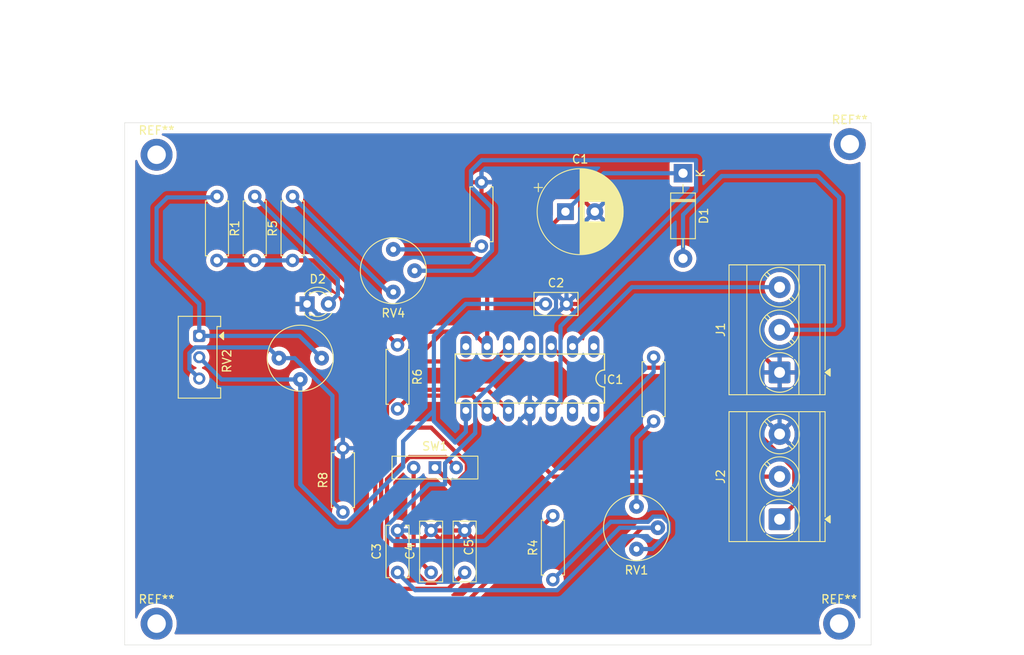
<source format=kicad_pcb>
(kicad_pcb (version 20241229) (generator "pcbnew") (generator_version "9.0")
  (layers (0 "F.Cu" signal) (2 "B.Cu" signal) (13 "F.Paste" user) (15 "B.Paste" user) (5 "F.SilkS" user "F.Silkscreen") (7 "B.SilkS" user "B.Silkscreen") (1 "F.Mask" user) (3 "B.Mask" user) (25 "Edge.Cuts" user))
  (net 0 "")
  (net 1 "Earth")
  (net 2 "Net-(D1-K)")
  (net 3 "Net-(C2-Pad1)")
  (net 4 "Net-(SW1-C)")
  (net 5 "Net-(SW1-A)")
  (net 6 "Net-(D1-A)")
  (net 7 "Net-(D2-A)")
  (net 8 "Net-(IC1-Pad5)")
  (net 9 "Net-(IC1-Pad4)")
  (net 10 "Net-(J2-Pin_1)")
  (net 11 "Net-(J1-Pin_3)")
  (net 12 "Net-(SW1-B)")
  (net 14 "Net-(J2-Pin_2)")
  (net 16 "Net-(IC1-Pad12)")
  (net 17 "Net-(R2-Pad2)")
  (net 18 "Net-(R3-Pad1)")
  (net 19 "Net-(R4-Pad1)")
  (net 20 "Net-(R5-Pad2)")
  (net 21 "Net-(R7-Pad1)")
  (net 22 "Net-(R8-Pad1)")
  (footprint "Capacitor_THT:CP_Radial_D10.0mm_P3.50mm" (layer "F.Cu") (at 179.5 52.5)
    (property "Reference" "C1" (at 1.75 -6.25 0) (layer "F.SilkS"))
    (property "Value" "220uF")
    (pad "1" thru_hole rect (at 0 0) (size 2 2) (drill 1) (layers "*.Cu" "*.Mask") (net 2 "Net-(D1-K)"))
    (pad "2" thru_hole circle (at 3.5 0) (size 2 2) (drill 1) (layers "*.Cu" "*.Mask") (net 1 "Earth"))
  )
  (footprint "Potentiometer_THT:Potentiometer_Bourns_3386W_Horizontal" (layer "F.Cu") (at 135.89 67.31 -90)
    (property "Reference" "RV2" (at 3 -3.3 90) (layer "F.SilkS"))
    (property "Value" "5K")
    (pad "1" thru_hole roundrect (at 0 0) (size 1.44 1.44) (drill 0.8) (layers "*.Cu" "*.Mask") (roundrect_rratio 0.1736111111) (net 17 "Net-(R2-Pad2)"))
    (pad "2" thru_hole circle (at 2.54 0) (size 1.44 1.44) (drill 0.8) (layers "*.Cu" "*.Mask") (net 3 "Net-(C2-Pad1)"))
    (pad "3" thru_hole circle (at 5.08 0) (size 1.44 1.44) (drill 0.8) (layers "*.Cu" "*.Mask") (net 22 "Net-(R8-Pad1)"))
  )
  (footprint "Potentiometer_THT:Potentiometer_Bourns_3339P_Vertical_HandSoldering" (layer "F.Cu") (at 187.96 87.63 180)
    (property "Reference" "RV1" (at 0 -7.6 180) (layer "F.SilkS"))
    (property "Value" "20K")
    (pad "1" thru_hole circle (at 0 0 180) (size 1.75 1.75) (drill 0.7) (layers "*.Cu" "*.Mask") (net 18 "Net-(R3-Pad1)"))
    (pad "2" thru_hole circle (at -2.54 -2.54 180) (size 1.75 1.75) (drill 0.7) (layers "*.Cu" "*.Mask") (net 2 "Net-(D1-K)"))
    (pad "3" thru_hole circle (at 0 -5.08 180) (size 1.75 1.75) (drill 0.7) (layers "*.Cu" "*.Mask") (net 19 "Net-(R4-Pad1)"))
  )
  (footprint "Resistor_THT:R_Axial_DIN0207_L6.3mm_D2.5mm_P7.62mm_Horizontal" (layer "F.Cu") (at 142.5 58.31 90)
    (property "Reference" "R1" (at 3.81 -2.37 90) (layer "F.SilkS"))
    (property "Value" "10K")
    (pad "1" thru_hole circle (at 0 0 90) (size 1.6 1.6) (drill 0.8) (layers "*.Cu" "*.Mask") (net 2 "Net-(D1-K)"))
    (pad "2" thru_hole oval (at 7.62 0 90) (size 1.6 1.6) (drill 0.8) (layers "*.Cu" "*.Mask") (net 7 "Net-(D2-A)"))
  )
  (footprint "LED_THT:LED_D3.0mm" (layer "F.Cu") (at 148.73 63.5)
    (property "Reference" "D2" (at 1.27 -2.96 0) (layer "F.SilkS"))
    (property "Value" "LED")
    (pad "1" thru_hole rect (at 0 0) (size 1.8 1.8) (drill 0.9) (layers "*.Cu" "*.Mask") (net 1 "Earth"))
    (pad "2" thru_hole circle (at 2.54 0) (size 1.8 1.8) (drill 0.9) (layers "*.Cu" "*.Mask") (net 7 "Net-(D2-A)"))
  )
  (footprint "Resistor_THT:R_Axial_DIN0207_L6.3mm_D2.5mm_P7.62mm_Horizontal" (layer "F.Cu") (at 147 58.31 90)
    (property "Reference" "R5" (at 3.81 -2.37 90) (layer "F.SilkS"))
    (property "Value" "33K")
    (pad "1" thru_hole circle (at 0 0 90) (size 1.6 1.6) (drill 0.8) (layers "*.Cu" "*.Mask") (net 2 "Net-(D1-K)"))
    (pad "2" thru_hole oval (at 7.62 0 90) (size 1.6 1.6) (drill 0.8) (layers "*.Cu" "*.Mask") (net 20 "Net-(R5-Pad2)"))
  )
  (footprint "Resistor_THT:R_Axial_DIN0207_L6.3mm_D2.5mm_P7.62mm_Horizontal" (layer "F.Cu") (at 138 58.31 90)
    (property "Reference" "R2" (hide yes))
    (property "Value" "200")
    (pad "1" thru_hole circle (at 0 0 90) (size 1.6 1.6) (drill 0.8) (layers "*.Cu" "*.Mask") (net 2 "Net-(D1-K)"))
    (pad "2" thru_hole oval (at 7.62 0 90) (size 1.6 1.6) (drill 0.8) (layers "*.Cu" "*.Mask") (net 17 "Net-(R2-Pad2)"))
  )
  (footprint "Resistor_THT:R_Axial_DIN0207_L6.3mm_D2.5mm_P7.62mm_Horizontal" (layer "F.Cu") (at 178 96.36 90)
    (property "Reference" "R4" (at 3.81 -2.37 90) (layer "F.SilkS"))
    (property "Value" "33K")
    (pad "1" thru_hole circle (at 0 0 90) (size 1.6 1.6) (drill 0.8) (layers "*.Cu" "*.Mask") (net 19 "Net-(R4-Pad1)"))
    (pad "2" thru_hole oval (at 7.62 0 90) (size 1.6 1.6) (drill 0.8) (layers "*.Cu" "*.Mask") (net 8 "Net-(IC1-Pad5)"))
  )
  (footprint "Diode_THT:D_DO-41_SOD81_P10.16mm_Horizontal" (layer "F.Cu") (at 193.5 47.92 -90)
    (property "Reference" "D1" (at 5.08 -2.47 90) (layer "F.SilkS"))
    (property "Value" "1N4007")
    (fp_text user "K" (at 0 -2.1 90) (layer "F.SilkS"))
    (pad "1" thru_hole rect (at 0 0 270) (size 2.2 2.2) (drill 1.1) (layers "*.Cu" "*.Mask") (net 2 "Net-(D1-K)"))
    (pad "2" thru_hole oval (at 10.16 0 270) (size 2.2 2.2) (drill 1.1) (layers "*.Cu" "*.Mask") (net 6 "Net-(D1-A)"))
  )
  (footprint "MountingHole:MountingHole_2.2mm_M2_DIN965_Pad_TopBottom" (layer "F.Cu") (at 130.81 45.72)
    (property "Reference" "REF**" (at 0 -2.9 0) (layer "F.SilkS"))
    (property "Value" "MountingHole_2.2mm_M2_DIN965_Pad_TopBottom")
    (pad "1" thru_hole circle (at 0 0) (size 2.6 2.6) (drill 2.2) (layers "*.Cu" "*.Mask"))
    (pad "1" connect circle (at 0 0) (size 3.8 3.8) (layers "F.Cu" "F.Mask"))
    (pad "1" connect circle (at 0 0) (size 3.8 3.8) (layers "B.Cu" "B.Mask"))
  )
  (footprint "TerminalBlock_Phoenix:TerminalBlock_Phoenix_MKDS-3-3-5.08_1x03_P5.08mm_Horizontal" (layer "F.Cu") (at 205 71.66 90)
    (property "Reference" "J1" (at 5.08 -7.02 90) (layer "F.SilkS"))
    (property "Value" "Screw_Terminal_01x03")
    (pad "1" thru_hole roundrect (at 0 0 90) (size 2.6 2.6) (drill 1.3) (layers "*.Cu" "*.Mask") (roundrect_rratio 0.096154) (net 1 "Earth"))
    (pad "2" thru_hole circle (at 5.08 0 90) (size 2.6 2.6) (drill 1.3) (layers "*.Cu" "*.Mask") (net 6 "Net-(D1-A)"))
    (pad "3" thru_hole circle (at 10.16 0 90) (size 2.6 2.6) (drill 1.3) (layers "*.Cu" "*.Mask") (net 11 "Net-(J1-Pin_3)"))
  )
  (footprint "Button_Switch_THT:SW_Slide-03_Wuerth-WS-SLTV_10x2.5x6.4_P2.54mm" (layer "F.Cu") (at 163.96 83)
    (property "Reference" "SW1" (at 0 -2.54 0) (layer "F.SilkS"))
    (property "Value" "SW_Wuerth_450301014042" (hide yes))
    (pad "1" thru_hole rect (at 0 0) (size 1.5 1.5) (drill 0.8) (layers "*.Cu" "*.Mask") (net 12 "Net-(SW1-B)"))
    (pad "2" thru_hole circle (at -2.54 0) (size 1.6 1.6) (drill 0.8) (layers "*.Cu" "*.Mask") (net 4 "Net-(SW1-C)"))
    (pad "3" thru_hole circle (at 2.54 0) (size 1.6 1.6) (drill 0.8) (layers "*.Cu" "*.Mask") (net 5 "Net-(SW1-A)"))
  )
  (footprint "MountingHole:MountingHole_2.2mm_M2_DIN965_Pad_TopBottom" (layer "F.Cu") (at 130.81 101.6)
    (property "Reference" "REF**" (at 0 -2.9 0) (layer "F.SilkS"))
    (property "Value" "MountingHole_2.2mm_M2_DIN965_Pad_TopBottom")
    (pad "1" thru_hole circle (at 0 0) (size 2.6 2.6) (drill 2.2) (layers "*.Cu" "*.Mask"))
    (pad "1" connect circle (at 0 0) (size 3.8 3.8) (layers "F.Cu" "F.Mask"))
    (pad "1" connect circle (at 0 0) (size 3.8 3.8) (layers "B.Cu" "B.Mask"))
  )
  (footprint "Resistor_THT:R_Axial_DIN0207_L6.3mm_D2.5mm_P7.62mm_Horizontal" (layer "F.Cu") (at 153 88.31 90)
    (property "Reference" "R8" (at 3.81 -2.37 90) (layer "F.SilkS"))
    (property "Value" "10K")
    (pad "1" thru_hole circle (at 0 0 90) (size 1.6 1.6) (drill 0.8) (layers "*.Cu" "*.Mask") (net 22 "Net-(R8-Pad1)"))
    (pad "2" thru_hole oval (at 7.62 0 90) (size 1.6 1.6) (drill 0.8) (layers "*.Cu" "*.Mask") (net 1 "Earth"))
  )
  (footprint "Potentiometer_THT:Potentiometer_Bourns_3339P_Vertical_HandSoldering" (layer "F.Cu") (at 159 57 180)
    (property "Reference" "RV4" (at 0 -7.6 180) (layer "F.SilkS"))
    (property "Value" "100K")
    (pad "1" thru_hole circle (at 0 0 180) (size 1.75 1.75) (drill 0.7) (layers "*.Cu" "*.Mask") (net 21 "Net-(R7-Pad1)"))
    (pad "2" thru_hole circle (at -2.54 -2.54 180) (size 1.75 1.75) (drill 0.7) (layers "*.Cu" "*.Mask") (net 16 "Net-(IC1-Pad12)"))
    (pad "3" thru_hole circle (at 0 -5.08 180) (size 1.75 1.75) (drill 0.7) (layers "*.Cu" "*.Mask") (net 20 "Net-(R5-Pad2)"))
  )
  (footprint "MountingHole:MountingHole_2.2mm_M2_DIN965_Pad_TopBottom" (layer "F.Cu") (at 212.09 101.6)
    (property "Reference" "REF**" (at 0 -2.9 0) (layer "F.SilkS"))
    (property "Value" "MountingHole_2.2mm_M2_DIN965_Pad_TopBottom")
    (pad "1" thru_hole circle (at 0 0) (size 2.6 2.6) (drill 2.2) (layers "*.Cu" "*.Mask"))
    (pad "1" connect circle (at 0 0) (size 3.8 3.8) (layers "F.Cu" "F.Mask"))
    (pad "1" connect circle (at 0 0) (size 3.8 3.8) (layers "B.Cu" "B.Mask"))
  )
  (footprint "ICL8038:ICL8038" (layer "F.Cu") (at 175.26 72.39 180)
    (property "Reference" "IC1" (at -9.91491 -0.12711 0) (layer "F.SilkS") (effects (font (size 1.000898 1.000898))))
    (property "Value" "ICL8038")
    (pad "1" thru_hole oval (at -7.62 3.81 180) (size 1.3208 2.6416) (drill 0.8128) (layers "*.Cu" "*.Mask"))
    (pad "2" thru_hole oval (at -5.08 3.81 180) (size 1.3208 2.6416) (drill 0.8128) (layers "*.Cu" "*.Mask") (net 11 "Net-(J1-Pin_3)"))
    (pad "3" thru_hole oval (at -2.54 3.81 180) (size 1.3208 2.6416) (drill 0.8128) (layers "*.Cu" "*.Mask") (net 10 "Net-(J2-Pin_1)"))
    (pad "4" thru_hole oval (at 0 3.81 180) (size 1.3208 2.6416) (drill 0.8128) (layers "*.Cu" "*.Mask") (net 9 "Net-(IC1-Pad4)"))
    (pad "5" thru_hole oval (at 2.54 3.81 180) (size 1.3208 2.6416) (drill 0.8128) (layers "*.Cu" "*.Mask") (net 8 "Net-(IC1-Pad5)"))
    (pad "6" thru_hole oval (at 5.08 3.81 180) (size 1.3208 2.6416) (drill 0.8128) (layers "*.Cu" "*.Mask") (net 2 "Net-(D1-K)"))
    (pad "7" thru_hole oval (at 7.62 3.81 180) (size 1.3208 2.6416) (drill 0.8128) (layers "*.Cu" "*.Mask"))
    (pad "8" thru_hole oval (at 7.62 -3.81 180) (size 1.3208 2.6416) (drill 0.8128) (layers "*.Cu" "*.Mask") (net 3 "Net-(C2-Pad1)"))
    (pad "9" thru_hole oval (at 5.08 -3.81 180) (size 1.3208 2.6416) (drill 0.8128) (layers "*.Cu" "*.Mask") (net 14 "Net-(J2-Pin_2)"))
    (pad "10" thru_hole oval (at 2.54 -3.81 180) (size 1.3208 2.6416) (drill 0.8128) (layers "*.Cu" "*.Mask") (net 12 "Net-(SW1-B)"))
    (pad "11" thru_hole oval (at 0 -3.81 180) (size 1.3208 2.6416) (drill 0.8128) (layers "*.Cu" "*.Mask") (net 1 "Earth"))
    (pad "12" thru_hole oval (at -2.54 -3.81 180) (size 1.3208 2.6416) (drill 0.8128) (layers "*.Cu" "*.Mask") (net 16 "Net-(IC1-Pad12)"))
    (pad "13" thru_hole oval (at -5.08 -3.81 180) (size 1.3208 2.6416) (drill 0.8128) (layers "*.Cu" "*.Mask"))
    (pad "14" thru_hole oval (at -7.62 -3.81 180) (size 1.3208 2.6416) (drill 0.8128) (layers "*.Cu" "*.Mask"))
  )
  (footprint "Capacitor_THT:C_Disc_D6.0mm_W2.5mm_P5.00mm" (layer "F.Cu") (at 159.5 95.5 90)
    (property "Reference" "C3" (at 2.5 -2.5 90) (layer "F.SilkS"))
    (property "Value" "104")
    (pad "1" thru_hole circle (at 0 0 90) (size 1.6 1.6) (drill 0.8) (layers "*.Cu" "*.Mask") (net 2 "Net-(D1-K)"))
    (pad "2" thru_hole circle (at 5 0 90) (size 1.6 1.6) (drill 0.8) (layers "*.Cu" "*.Mask") (net 1 "Earth"))
  )
  (footprint "Capacitor_THT:C_Disc_D7.0mm_W2.5mm_P5.00mm" (layer "F.Cu") (at 163.5 95.5 90)
    (property "Reference" "C4" (at 2.5 -2.5 90) (layer "F.SilkS"))
    (property "Value" "103")
    (pad "1" thru_hole circle (at 0 0 90) (size 1.6 1.6) (drill 0.8) (layers "*.Cu" "*.Mask") (net 4 "Net-(SW1-C)"))
    (pad "2" thru_hole circle (at 5 0 90) (size 1.6 1.6) (drill 0.8) (layers "*.Cu" "*.Mask") (net 1 "Earth"))
  )
  (footprint "MountingHole:MountingHole_2.2mm_M2_DIN965_Pad_TopBottom" (layer "F.Cu") (at 213.36 44.45)
    (property "Reference" "REF**" (at 0 -2.9 0) (layer "F.SilkS"))
    (property "Value" "MountingHole_2.2mm_M2_DIN965_Pad_TopBottom")
    (pad "1" thru_hole circle (at 0 0) (size 2.6 2.6) (drill 2.2) (layers "*.Cu" "*.Mask"))
    (pad "1" connect circle (at 0 0) (size 3.8 3.8) (layers "F.Cu" "F.Mask"))
    (pad "1" connect circle (at 0 0) (size 3.8 3.8) (layers "B.Cu" "B.Mask"))
  )
  (footprint "Resistor_THT:R_Axial_DIN0207_L6.3mm_D2.5mm_P7.62mm_Horizontal" (layer "F.Cu") (at 169.5 56.62 90)
    (property "Reference" "R7" (hide yes))
    (property "Value" "33K")
    (pad "1" thru_hole circle (at 0 0 90) (size 1.6 1.6) (drill 0.8) (layers "*.Cu" "*.Mask") (net 21 "Net-(R7-Pad1)"))
    (pad "2" thru_hole oval (at 7.62 0 90) (size 1.6 1.6) (drill 0.8) (layers "*.Cu" "*.Mask") (net 1 "Earth"))
  )
  (footprint "TerminalBlock_Phoenix:TerminalBlock_Phoenix_MKDS-3-3-5.08_1x03_P5.08mm_Horizontal" (layer "F.Cu") (at 205 89.16 90)
    (property "Reference" "J2" (at 5.08 -7.02 90) (layer "F.SilkS"))
    (property "Value" "Screw_Terminal_01x03")
    (pad "1" thru_hole roundrect (at 0 0 90) (size 2.6 2.6) (drill 1.3) (layers "*.Cu" "*.Mask") (roundrect_rratio 0.096154) (net 10 "Net-(J2-Pin_1)"))
    (pad "2" thru_hole circle (at 5.08 0 90) (size 2.6 2.6) (drill 1.3) (layers "*.Cu" "*.Mask") (net 14 "Net-(J2-Pin_2)"))
    (pad "3" thru_hole circle (at 10.16 0 90) (size 2.6 2.6) (drill 1.3) (layers "*.Cu" "*.Mask") (net 1 "Earth"))
  )
  (footprint "Potentiometer_THT:Potentiometer_Bourns_3339P_Vertical_HandSoldering" (layer "F.Cu") (at 150.46 69.96 90)
    (property "Reference" "RV3" (hide yes))
    (property "Value" "5K")
    (pad "1" thru_hole circle (at 0 0 90) (size 1.75 1.75) (drill 0.7) (layers "*.Cu" "*.Mask") (net 17 "Net-(R2-Pad2)"))
    (pad "2" thru_hole circle (at -2.54 -2.54 90) (size 1.75 1.75) (drill 0.7) (layers "*.Cu" "*.Mask") (net 3 "Net-(C2-Pad1)"))
    (pad "3" thru_hole circle (at 0 -5.08 90) (size 1.75 1.75) (drill 0.7) (layers "*.Cu" "*.Mask") (net 22 "Net-(R8-Pad1)"))
  )
  (footprint "Capacitor_THT:C_Disc_D7.0mm_W2.5mm_P5.00mm" (layer "F.Cu") (at 167.5 95.5 90)
    (property "Reference" "C5" (at 3 0.5 90) (layer "F.SilkS"))
    (property "Value" "102" (hide yes))
    (pad "1" thru_hole circle (at 0 0 90) (size 1.6 1.6) (drill 0.8) (layers "*.Cu" "*.Mask") (net 5 "Net-(SW1-A)"))
    (pad "2" thru_hole circle (at 5 0 90) (size 1.6 1.6) (drill 0.8) (layers "*.Cu" "*.Mask") (net 1 "Earth"))
  )
  (footprint "Resistor_THT:R_Axial_DIN0207_L6.3mm_D2.5mm_P7.62mm_Horizontal" (layer "F.Cu") (at 190 77.47 90)
    (property "Reference" "R3" (hide yes))
    (property "Value" "33K" (hide yes))
    (pad "1" thru_hole circle (at 0 0 90) (size 1.6 1.6) (drill 0.8) (layers "*.Cu" "*.Mask") (net 18 "Net-(R3-Pad1)"))
    (pad "2" thru_hole oval (at 7.62 0 90) (size 1.6 1.6) (drill 0.8) (layers "*.Cu" "*.Mask") (net 9 "Net-(IC1-Pad4)"))
  )
  (footprint "Resistor_THT:R_Axial_DIN0207_L6.3mm_D2.5mm_P7.62mm_Horizontal" (layer "F.Cu") (at 159.5 68.38 -90)
    (property "Reference" "R6" (at 3.81 -2.37 90) (layer "F.SilkS"))
    (property "Value" "10K" (hide yes))
    (pad "1" thru_hole circle (at 0 0 270) (size 1.6 1.6) (drill 0.8) (layers "*.Cu" "*.Mask") (net 2 "Net-(D1-K)"))
    (pad "2" thru_hole oval (at 7.62 0 270) (size 1.6 1.6) (drill 0.8) (layers "*.Cu" "*.Mask") (net 14 "Net-(J2-Pin_2)"))
  )
  (footprint "Capacitor_THT:C_Disc_D5.0mm_W2.5mm_P2.50mm" (layer "F.Cu") (at 177.125 63.5)
    (property "Reference" "C2" (at 1.25 -2.5 0) (layer "F.SilkS"))
    (property "Value" "104" (hide yes))
    (pad "1" thru_hole circle (at 0 0) (size 1.6 1.6) (drill 0.8) (layers "*.Cu" "*.Mask") (net 3 "Net-(C2-Pad1)"))
    (pad "2" thru_hole circle (at 2.5 0) (size 1.6 1.6) (drill 0.8) (layers "*.Cu" "*.Mask") (net 1 "Earth"))
  )
  (gr_line (start 127 41.91) (end 127 104.14) (stroke (width 0.05)) (layer "Edge.Cuts"))
  (gr_line (start 215.9 41.91) (end 215.9 104.14) (stroke (width 0.05)) (layer "Edge.Cuts"))
  (gr_line (start 127 104.14) (end 215.9 104.14) (stroke (width 0.05)) (layer "Edge.Cuts"))
  (gr_line (start 127 41.91) (end 215.9 41.91) (stroke (width 0.05)) (layer "Edge.Cuts"))
  (segment (start 167.5 93.269182) (end 164.018182 96.751) (width 0.5) (layer "F.Cu") (net 1))
  (segment (start 196.84 63.5) (end 205 71.66) (width 0.5) (layer "F.Cu") (net 1))
  (segment (start 179.625 63.5) (end 196.84 63.5) (width 0.5) (layer "F.Cu") (net 1))
  (segment (start 163.5 90.5) (end 167.5 90.5) (width 0.5) (layer "F.Cu") (net 1))
  (segment (start 167.5 90.5) (end 167.5 93.269182) (width 0.5) (layer "F.Cu") (net 1))
  (segment (start 162.981818 96.751) (end 159.5 93.269182) (width 0.5) (layer "F.Cu") (net 1))
  (segment (start 164.018182 96.751) (end 162.981818 96.751) (width 0.5) (layer "F.Cu") (net 1))
  (segment (start 153.065 80.625) (end 153 80.69) (width 0.2) (layer "F.Cu") (net 1))
  (segment (start 183 52.5) (end 183.321 52.179) (width 0.2) (layer "F.Cu") (net 1))
  (segment (start 159.5 93.269182) (end 159.5 90.5) (width 0.5) (layer "F.Cu") (net 1))
  (segment (start 176.606818 74.853182) (end 176.606818 65.787364) (width 0.5) (layer "B.Cu") (net 1))
  (segment (start 178.376 62.981818) (end 177.643182 62.249) (width 0.5) (layer "B.Cu") (net 1))
  (segment (start 160.96 90.5) (end 175.26 76.2) (width 0.5) (layer "B.Cu") (net 1))
  (segment (start 160.706248 62.249) (end 158.104248 64.851) (width 0.5) (layer "B.Cu") (net 1))
  (segment (start 176.606818 65.787364) (end 178.376 64.018182) (width 0.5) (layer "B.Cu") (net 1))
  (segment (start 169.5 49) (end 172.75 49) (width 0.5) (layer "B.Cu") (net 1))
  (segment (start 172.75 49) (end 179.625 55.875) (width 0.5) (layer "B.Cu") (net 1))
  (segment (start 150.081 64.851) (end 148.73 63.5) (width 0.5) (layer "B.Cu") (net 1))
  (segment (start 159.5 90.5) (end 160.96 90.5) (width 0.5) (layer "B.Cu") (net 1))
  (segment (start 160.96 90.5) (end 176.606818 74.853182) (width 0.5) (layer "B.Cu") (net 1))
  (segment (start 148.73 63.5) (end 153 67.77) (width 0.5) (layer "B.Cu") (net 1))
  (segment (start 153 67.77) (end 153 80.69) (width 0.5) (layer "B.Cu") (net 1))
  (segment (start 179.625 55.875) (end 183 52.5) (width 0.5) (layer "B.Cu") (net 1))
  (segment (start 179.625 63.5) (end 179.625 55.875) (width 0.5) (layer "B.Cu") (net 1))
  (segment (start 178.376 64.018182) (end 178.376 62.981818) (width 0.5) (layer "B.Cu") (net 1))
  (segment (start 177.643182 62.249) (end 160.706248 62.249) (width 0.5) (layer "B.Cu") (net 1))
  (segment (start 205 71.66) (end 205 79) (width 0.5) (layer "B.Cu") (net 1))
  (segment (start 158.104248 64.851) (end 150.081 64.851) (width 0.5) (layer "B.Cu") (net 1))
  (segment (start 170.18 68.58) (end 168.4082 66.8082) (width 0.5) (layer "F.Cu") (net 2))
  (segment (start 188.624752 90.17) (end 190.5 90.17) (width 0.5) (layer "F.Cu") (net 2))
  (segment (start 164.93989 66.8082) (end 156.847 74.90109) (width 0.5) (layer "F.Cu") (net 2))
  (segment (start 156.847 96.59891) (end 160.00909 99.761) (width 0.5) (layer "F.Cu") (net 2))
  (segment (start 147 58.31) (end 149.43 58.31) (width 0.5) (layer "F.Cu") (net 2))
  (segment (start 160.00909 99.761) (end 179.033752 99.761) (width 0.5) (layer "F.Cu") (net 2))
  (segment (start 168.4082 66.8082) (end 164.93989 66.8082) (width 0.5) (layer "F.Cu") (net 2))
  (segment (start 159.5 68.38) (end 161.0718 66.8082) (width 0.5) (layer "F.Cu") (net 2))
  (segment (start 161.0718 66.8082) (end 168.4082 66.8082) (width 0.5) (layer "F.Cu") (net 2))
  (segment (start 156.847 74.90109) (end 156.847 96.59891) (width 0.5) (layer "F.Cu") (net 2))
  (segment (start 179.033752 99.761) (end 188.624752 90.17) (width 0.5) (layer "F.Cu") (net 2))
  (segment (start 170.18 61.82) (end 179.5 52.5) (width 0.5) (layer "F.Cu") (net 2))
  (segment (start 149.43 58.31) (end 159.5 68.38) (width 0.5) (layer "F.Cu") (net 2))
  (segment (start 170.18 68.58) (end 170.18 61.82) (width 0.5) (layer "F.Cu") (net 2))
  (segment (start 184.08 47.92) (end 179.5 52.5) (width 0.5) (layer "B.Cu") (net 2))
  (segment (start 178.518182 97.611) (end 161.611 97.611) (width 0.5) (layer "B.Cu") (net 2))
  (segment (start 185.959182 90.17) (end 178.518182 97.611) (width 0.5) (layer "B.Cu") (net 2))
  (segment (start 193.5 47.92) (end 184.08 47.92) (width 0.5) (layer "B.Cu") (net 2))
  (segment (start 161.611 97.611) (end 159.5 95.5) (width 0.5) (layer "B.Cu") (net 2))
  (segment (start 142.5 58.31) (end 147 58.31) (width 0.5) (layer "B.Cu") (net 2))
  (segment (start 138 58.31) (end 142.5 58.31) (width 0.5) (layer "B.Cu") (net 2))
  (segment (start 190.5 90.17) (end 185.959182 90.17) (width 0.5) (layer "B.Cu") (net 2))
  (segment (start 163.83 76.2) (end 163.83 77.47) (width 0.5) (layer "B.Cu") (net 3))
  (segment (start 167.64 78.74) (end 167.64 76.2) (width 0.5) (layer "B.Cu") (net 3))
  (segment (start 167.64 63.5) (end 163.83 67.31) (width 0.5) (layer "B.Cu") (net 3))
  (segment (start 152.481818 89.561) (end 153.518182 89.561) (width 0.5) (layer "B.Cu") (net 3))
  (segment (start 177.125 63.5) (end 167.64 63.5) (width 0.5) (layer "B.Cu") (net 3))
  (segment (start 138.54 72.5) (end 147.92 72.5) (width 0.5) (layer "B.Cu") (net 3))
  (segment (start 163.83 67.31) (end 163.83 76.2) (width 0.5) (layer "B.Cu") (net 3))
  (segment (start 160.169 82.910182) (end 160.169 79.861) (width 0.5) (layer "B.Cu") (net 3))
  (segment (start 147.92 84.999182) (end 152.481818 89.561) (width 0.5) (layer "B.Cu") (net 3))
  (segment (start 153.518182 89.561) (end 160.169 82.910182) (width 0.5) (layer "B.Cu") (net 3))
  (segment (start 147.92 72.5) (end 147.92 84.999182) (width 0.5) (layer "B.Cu") (net 3))
  (segment (start 160.169 79.861) (end 163.83 76.2) (width 0.5) (layer "B.Cu") (net 3))
  (segment (start 163.83 77.47) (end 166.37 80.01) (width 0.5) (layer "B.Cu") (net 3))
  (segment (start 166.37 80.01) (end 167.64 78.74) (width 0.5) (layer "B.Cu") (net 3))
  (segment (start 135.89 69.85) (end 138.54 72.5) (width 0.5) (layer "B.Cu") (net 3))
  (segment (start 161.42 83) (end 161.42 93.42) (width 0.5) (layer "F.Cu") (net 4))
  (segment (start 161.42 93.42) (end 163.5 95.5) (width 0.5) (layer "F.Cu") (net 4))
  (segment (start 165.249 81.749) (end 160.901818 81.749) (width 0.5) (layer "F.Cu") (net 5))
  (segment (start 159.682818 97.452) (end 165.548 97.452) (width 0.5) (layer "F.Cu") (net 5))
  (segment (start 158.249 84.401818) (end 158.249 96.018182) (width 0.5) (layer "F.Cu") (net 5))
  (segment (start 166.5 83) (end 165.249 81.749) (width 0.5) (layer "F.Cu") (net 5))
  (segment (start 158.249 96.018182) (end 159.682818 97.452) (width 0.5) (layer "F.Cu") (net 5))
  (segment (start 165.548 97.452) (end 167.5 95.5) (width 0.5) (layer "F.Cu") (net 5))
  (segment (start 160.901818 81.749) (end 158.249 84.401818) (width 0.5) (layer "F.Cu") (net 5))
  (segment (start 209.55 48.26) (end 198.12 48.26) (width 0.5) (layer "B.Cu") (net 6))
  (segment (start 212.09 50.8) (end 209.55 48.26) (width 0.5) (layer "B.Cu") (net 6))
  (segment (start 193.5 52.88) (end 193.5 58.08) (width 0.5) (layer "B.Cu") (net 6))
  (segment (start 198.12 48.26) (end 193.5 52.88) (width 0.5) (layer "B.Cu") (net 6))
  (segment (start 205 66.58) (end 211.55 66.58) (width 0.5) (layer "B.Cu") (net 6))
  (segment (start 212.09 66.04) (end 212.09 50.8) (width 0.5) (layer "B.Cu") (net 6))
  (segment (start 211.55 66.58) (end 212.09 66.04) (width 0.5) (layer "B.Cu") (net 6))
  (segment (start 152.4 62.37) (end 151.27 63.5) (width 0.5) (layer "B.Cu") (net 7))
  (segment (start 142.5 50.69) (end 152.4 60.59) (width 0.5) (layer "B.Cu") (net 7))
  (segment (start 152.4 60.59) (end 152.4 62.37) (width 0.5) (layer "B.Cu") (net 7))
  (segment (start 162.387654 70.3518) (end 157.548 75.191454) (width 0.5) (layer "F.Cu") (net 8))
  (segment (start 160.299454 99.06) (end 167.68 99.06) (width 0.5) (layer "F.Cu") (net 8))
  (segment (start 172.72 68.58) (end 170.9482 70.3518) (width 0.5) (layer "F.Cu") (net 8))
  (segment (start 167.68 99.06) (end 178 88.74) (width 0.5) (layer "F.Cu") (net 8))
  (segment (start 170.9482 70.3518) (end 162.387654 70.3518) (width 0.5) (layer "F.Cu") (net 8))
  (segment (start 157.548 75.191454) (end 157.548 96.308546) (width 0.5) (layer "F.Cu") (net 8))
  (segment (start 157.548 96.308546) (end 160.299454 99.06) (width 0.5) (layer "F.Cu") (net 8))
  (segment (start 190 69.85) (end 189.7032 70.1468) (width 0.25) (layer "F.Cu") (net 9))
  (segment (start 165.161 82.489) (end 165.161 84.993818) (width 0.5) (layer "B.Cu") (net 9))
  (segment (start 190 71.62) (end 190 69.85) (width 0.5) (layer "B.Cu") (net 9))
  (segment (start 158.981818 91.751) (end 169.869 91.751) (width 0.5) (layer "B.Cu") (net 9))
  (segment (start 168.7514 75.0886) (end 168.7514 78.8986) (width 0.5) (layer "B.Cu") (net 9))
  (segment (start 158.249 91.018182) (end 158.981818 91.751) (width 0.5) (layer "B.Cu") (net 9))
  (segment (start 165.161 84.993818) (end 163.237 84.993818) (width 0.5) (layer "B.Cu") (net 9))
  (segment (start 163.237 84.993818) (end 158.249 89.981818) (width 0.5) (layer "B.Cu") (net 9))
  (segment (start 169.869 91.751) (end 190 71.62) (width 0.5) (layer "B.Cu") (net 9))
  (segment (start 168.7514 78.8986) (end 165.161 82.489) (width 0.5) (layer "B.Cu") (net 9))
  (segment (start 175.26 68.58) (end 168.7514 75.0886) (width 0.5) (layer "B.Cu") (net 9))
  (segment (start 158.249 89.981818) (end 158.249 91.018182) (width 0.5) (layer "B.Cu") (net 9))
  (segment (start 206.751 83.227288) (end 194.624712 71.101) (width 0.5) (layer "F.Cu") (net 10))
  (segment (start 205 89.16) (end 206.751 87.409) (width 0.5) (layer "F.Cu") (net 10))
  (segment (start 206.751 87.409) (end 206.751 83.227288) (width 0.5) (layer "F.Cu") (net 10))
  (segment (start 194.624712 71.101) (end 180.321 71.101) (width 0.5) (layer "F.Cu") (net 10))
  (segment (start 180.321 71.101) (end 177.8 68.58) (width 0.5) (layer "F.Cu") (net 10))
  (segment (start 187.42 61.5) (end 180.34 68.58) (width 0.5) (layer "B.Cu") (net 11))
  (segment (start 205 61.5) (end 187.42 61.5) (width 0.5) (layer "B.Cu") (net 11))
  (segment (start 158.249 78.239) (end 163.508182 78.239) (width 0.5) (layer "F.Cu") (net 12))
  (segment (start 170.2472 73.7272) (end 160.003618 73.7272) (width 0.5) (layer "F.Cu") (net 12))
  (segment (start 167.751 82.481818) (end 167.751 83.518182) (width 0.5) (layer "F.Cu") (net 12))
  (segment (start 166.179182 85.09) (end 166.05 85.09) (width 0.5) (layer "F.Cu") (net 12))
  (segment (start 167.751 83.518182) (end 166.179182 85.09) (width 0.5) (layer "F.Cu") (net 12))
  (segment (start 172.72 76.2) (end 170.2472 73.7272) (width 0.5) (layer "F.Cu") (net 12))
  (segment (start 158.249 75.481818) (end 158.249 78.239) (width 0.5) (layer "F.Cu") (net 12))
  (segment (start 166.05 85.09) (end 163.96 83) (width 0.5) (layer "F.Cu") (net 12))
  (segment (start 163.508182 78.239) (end 167.751 82.481818) (width 0.5) (layer "F.Cu") (net 12))
  (segment (start 160.003618 73.7272) (end 158.249 75.481818) (width 0.5) (layer "F.Cu") (net 12))
  (segment (start 168.4082 74.4282) (end 170.18 76.2) (width 0.5) (layer "F.Cu") (net 14))
  (segment (start 178.06 84.08) (end 170.18 76.2) (width 0.5) (layer "F.Cu") (net 14))
  (segment (start 159.5 76) (end 161.0718 74.4282) (width 0.5) (layer "F.Cu") (net 14))
  (segment (start 205 84.08) (end 178.06 84.08) (width 0.5) (layer "F.Cu") (net 14))
  (segment (start 161.0718 74.4282) (end 168.4082 74.4282) (width 0.5) (layer "F.Cu") (net 14))
  (segment (start 170.751 57.138182) (end 170.751 52.020182) (width 0.5) (layer "B.Cu") (net 16))
  (segment (start 168.249 49.518182) (end 168.249 47.651) (width 0.5) (layer "B.Cu") (net 16))
  (segment (start 195.051 46.369) (end 195.051 50.017557) (width 0.5) (layer "B.Cu") (net 16))
  (segment (start 178.9114 75.0886) (end 177.8 76.2) (width 0.5) (layer "B.Cu") (net 16))
  (segment (start 195.051 50.017557) (end 178.9114 66.157157) (width 0.5) (layer "B.Cu") (net 16))
  (segment (start 168.349182 59.54) (end 170.751 57.138182) (width 0.5) (layer "B.Cu") (net 16))
  (segment (start 168.249 47.651) (end 169.531 46.369) (width 0.5) (layer "B.Cu") (net 16))
  (segment (start 169.531 46.369) (end 195.051 46.369) (width 0.5) (layer "B.Cu") (net 16))
  (segment (start 161.54 59.54) (end 168.349182 59.54) (width 0.5) (layer "B.Cu") (net 16))
  (segment (start 170.751 52.020182) (end 168.249 49.518182) (width 0.5) (layer "B.Cu") (net 16))
  (segment (start 178.9114 66.157157) (end 178.9114 75.0886) (width 0.5) (layer "B.Cu") (net 16))
  (segment (start 137.89 50.8) (end 132.08 50.8) (width 0.5) (layer "B.Cu") (net 17))
  (segment (start 149.97 69.96) (end 150.46 69.96) (width 0.25) (layer "B.Cu") (net 17))
  (segment (start 130.81 58.42) (end 135.89 63.5) (width 0.5) (layer "B.Cu") (net 17))
  (segment (start 132.08 50.8) (end 130.81 52.07) (width 0.5) (layer "B.Cu") (net 17))
  (segment (start 135.89 67.31) (end 147.81 67.31) (width 0.5) (layer "B.Cu") (net 17))
  (segment (start 135.89 63.5) (end 135.89 67.31) (width 0.5) (layer "B.Cu") (net 17))
  (segment (start 138 50.69) (end 137.89 50.8) (width 0.5) (layer "B.Cu") (net 17))
  (segment (start 147.81 67.31) (end 150.46 69.96) (width 0.5) (layer "B.Cu") (net 17))
  (segment (start 130.81 52.07) (end 130.81 58.42) (width 0.5) (layer "B.Cu") (net 17))
  (segment (start 187.96 79.51) (end 190 77.47) (width 0.5) (layer "B.Cu") (net 18))
  (segment (start 187.96 87.63) (end 187.96 79.51) (width 0.5) (layer "B.Cu") (net 18))
  (segment (start 189.950752 88.844) (end 189.325752 89.469) (width 0.5) (layer "B.Cu") (net 19))
  (segment (start 187.96 92.71) (end 189.835248 92.71) (width 0.5) (layer "B.Cu") (net 19))
  (segment (start 191.826 90.719248) (end 191.826 89.620752) (width 0.5) (layer "B.Cu") (net 19))
  (segment (start 191.049248 88.844) (end 189.950752 88.844) (width 0.5) (layer "B.Cu") (net 19))
  (segment (start 191.826 89.620752) (end 191.049248 88.844) (width 0.5) (layer "B.Cu") (net 19))
  (segment (start 189.835248 92.71) (end 191.826 90.719248) (width 0.5) (layer "B.Cu") (net 19))
  (segment (start 184.891 89.469) (end 178 96.36) (width 0.5) (layer "B.Cu") (net 19))
  (segment (start 189.325752 89.469) (end 184.891 89.469) (width 0.5) (layer "B.Cu") (net 19))
  (segment (start 158.39 62.08) (end 159 62.08) (width 0.5) (layer "B.Cu") (net 20))
  (segment (start 147 50.69) (end 158.39 62.08) (width 0.5) (layer "B.Cu") (net 20))
  (segment (start 169.12 57) (end 169.5 56.62) (width 0.5) (layer "B.Cu") (net 21))
  (segment (start 159 57) (end 169.12 57) (width 0.5) (layer "B.Cu") (net 21))
  (segment (start 153.435 88.315) (end 153.5 88.25) (width 0.2) (layer "F.Cu") (net 22))
  (segment (start 134.719 69.364955) (end 135.404955 68.679) (width 0.5) (layer "B.Cu") (net 22))
  (segment (start 135.89 72.39) (end 134.719 71.219) (width 0.5) (layer "B.Cu") (net 22))
  (segment (start 135.404955 68.679) (end 144.099 68.679) (width 0.5) (layer "B.Cu") (net 22))
  (segment (start 145.38 69.96) (end 147.255248 69.96) (width 0.5) (layer "B.Cu") (net 22))
  (segment (start 151.749 74.453752) (end 151.749 87.059) (width 0.5) (layer "B.Cu") (net 22))
  (segment (start 134.719 71.219) (end 134.719 69.364955) (width 0.5) (layer "B.Cu") (net 22))
  (segment (start 144.099 68.679) (end 145.38 69.96) (width 0.5) (layer "B.Cu") (net 22))
  (segment (start 151.749 87.059) (end 153 88.31) (width 0.5) (layer "B.Cu") (net 22))
  (segment (start 147.255248 69.96) (end 151.749 74.453752) (width 0.5) (layer "B.Cu") (net 22))
  (zone (net 1) (net_name "Earth") (layers "F.Cu" "B.Cu") (connect_pads (clearance 0.5)) (min_thickness 0.25) (fill yes (thermal_gap 0.5) (thermal_bridge_width 0.5))
    (polygon (pts (xy 128.27 43.18) (xy 128.27 102.87) (xy 214.63 102.87) (xy 214.63 43.18)))
  )
)
</source>
